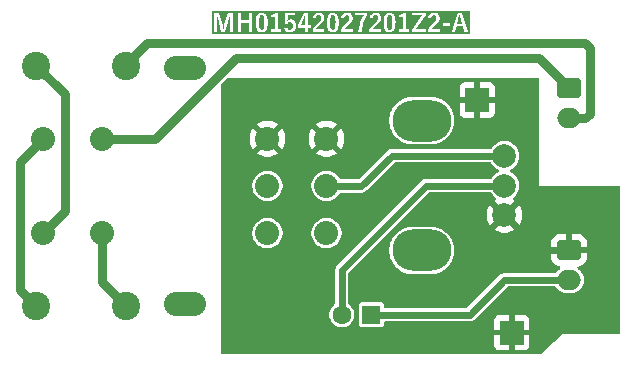
<source format=gbr>
%TF.GenerationSoftware,KiCad,Pcbnew,9.0.6*%
%TF.CreationDate,2026-01-11T11:57:00+09:00*%
%TF.ProjectId,Hi-Lo_converter,48692d4c-6f5f-4636-9f6e-766572746572,rev?*%
%TF.SameCoordinates,Original*%
%TF.FileFunction,Copper,L1,Top*%
%TF.FilePolarity,Positive*%
%FSLAX46Y46*%
G04 Gerber Fmt 4.6, Leading zero omitted, Abs format (unit mm)*
G04 Created by KiCad (PCBNEW 9.0.6) date 2026-01-11 11:57:00*
%MOMM*%
%LPD*%
G01*
G04 APERTURE LIST*
G04 Aperture macros list*
%AMRoundRect*
0 Rectangle with rounded corners*
0 $1 Rounding radius*
0 $2 $3 $4 $5 $6 $7 $8 $9 X,Y pos of 4 corners*
0 Add a 4 corners polygon primitive as box body*
4,1,4,$2,$3,$4,$5,$6,$7,$8,$9,$2,$3,0*
0 Add four circle primitives for the rounded corners*
1,1,$1+$1,$2,$3*
1,1,$1+$1,$4,$5*
1,1,$1+$1,$6,$7*
1,1,$1+$1,$8,$9*
0 Add four rect primitives between the rounded corners*
20,1,$1+$1,$2,$3,$4,$5,0*
20,1,$1+$1,$4,$5,$6,$7,0*
20,1,$1+$1,$6,$7,$8,$9,0*
20,1,$1+$1,$8,$9,$2,$3,0*%
G04 Aperture macros list end*
%ADD10C,0.300000*%
%TA.AperFunction,ComponentPad*%
%ADD11R,2.000000X2.000000*%
%TD*%
%TA.AperFunction,ComponentPad*%
%ADD12O,3.556000X2.032000*%
%TD*%
%TA.AperFunction,ComponentPad*%
%ADD13C,2.032000*%
%TD*%
%TA.AperFunction,ComponentPad*%
%ADD14O,5.000000X3.500000*%
%TD*%
%TA.AperFunction,ComponentPad*%
%ADD15C,2.000000*%
%TD*%
%TA.AperFunction,ComponentPad*%
%ADD16C,2.400000*%
%TD*%
%TA.AperFunction,ComponentPad*%
%ADD17RoundRect,0.250000X-0.750000X0.600000X-0.750000X-0.600000X0.750000X-0.600000X0.750000X0.600000X0*%
%TD*%
%TA.AperFunction,ComponentPad*%
%ADD18O,2.000000X1.700000*%
%TD*%
%TA.AperFunction,ComponentPad*%
%ADD19R,1.600000X1.600000*%
%TD*%
%TA.AperFunction,ComponentPad*%
%ADD20C,1.600000*%
%TD*%
%TA.AperFunction,ViaPad*%
%ADD21C,0.800000*%
%TD*%
%TA.AperFunction,Conductor*%
%ADD22C,0.600000*%
%TD*%
%TA.AperFunction,Conductor*%
%ADD23C,0.800000*%
%TD*%
G04 APERTURE END LIST*
D10*
G36*
X188184775Y-26213078D02*
G01*
X188230672Y-26233904D01*
X188268625Y-26268512D01*
X188299606Y-26319617D01*
X188329267Y-26413102D01*
X188351859Y-26572028D01*
X188361064Y-26823093D01*
X188354322Y-27044078D01*
X188337231Y-27194907D01*
X188313895Y-27292772D01*
X188279982Y-27365201D01*
X188237642Y-27412461D01*
X188186424Y-27440088D01*
X188123294Y-27449667D01*
X188068273Y-27442281D01*
X188023098Y-27421112D01*
X187985358Y-27385638D01*
X187954217Y-27332797D01*
X187924455Y-27236654D01*
X187901907Y-27075373D01*
X187892759Y-26823093D01*
X187899788Y-26603563D01*
X187917603Y-26453758D01*
X187941943Y-26356528D01*
X187975078Y-26287123D01*
X188016452Y-26241676D01*
X188066577Y-26215026D01*
X188128423Y-26205769D01*
X188184775Y-26213078D01*
G37*
G36*
X194200476Y-26213078D02*
G01*
X194246373Y-26233904D01*
X194284326Y-26268512D01*
X194315308Y-26319617D01*
X194344968Y-26413102D01*
X194367560Y-26572028D01*
X194376765Y-26823093D01*
X194370023Y-27044078D01*
X194352932Y-27194907D01*
X194329596Y-27292772D01*
X194295683Y-27365201D01*
X194253344Y-27412461D01*
X194202125Y-27440088D01*
X194138995Y-27449667D01*
X194083974Y-27442281D01*
X194038799Y-27421112D01*
X194001060Y-27385638D01*
X193969918Y-27332797D01*
X193940157Y-27236654D01*
X193917609Y-27075373D01*
X193908460Y-26823093D01*
X193915489Y-26603563D01*
X193933304Y-26453758D01*
X193957645Y-26356528D01*
X193990780Y-26287123D01*
X194032153Y-26241676D01*
X194082278Y-26215026D01*
X194144124Y-26205769D01*
X194200476Y-26213078D01*
G37*
G36*
X199013037Y-26213078D02*
G01*
X199058934Y-26233904D01*
X199096887Y-26268512D01*
X199127869Y-26319617D01*
X199157529Y-26413102D01*
X199180121Y-26572028D01*
X199189326Y-26823093D01*
X199182584Y-27044078D01*
X199165493Y-27194907D01*
X199142157Y-27292772D01*
X199108244Y-27365201D01*
X199065905Y-27412461D01*
X199014686Y-27440088D01*
X198951556Y-27449667D01*
X198896536Y-27442281D01*
X198851360Y-27421112D01*
X198813621Y-27385638D01*
X198782479Y-27332797D01*
X198752718Y-27236654D01*
X198730170Y-27075373D01*
X198721021Y-26823093D01*
X198728050Y-26603563D01*
X198745866Y-26453758D01*
X198770206Y-26356528D01*
X198803341Y-26287123D01*
X198844714Y-26241676D01*
X198894839Y-26215026D01*
X198956685Y-26205769D01*
X199013037Y-26213078D01*
G37*
G36*
X191818810Y-26714008D02*
G01*
X191818810Y-27065626D01*
X191426342Y-27065626D01*
X191624087Y-26642475D01*
X191724565Y-26416874D01*
X191802415Y-26224362D01*
X191831083Y-26224362D01*
X191818810Y-26714008D01*
G37*
G36*
X204983652Y-26607304D02*
G01*
X205078907Y-26936666D01*
X204680303Y-26936666D01*
X204768413Y-26605289D01*
X204868889Y-26207418D01*
X204887298Y-26207418D01*
X204983652Y-26607304D01*
G37*
G36*
X205730274Y-27824337D02*
G01*
X183924055Y-27824337D01*
X183924055Y-27628361D01*
X184090722Y-27628361D01*
X184340674Y-27628361D01*
X184340674Y-26808804D01*
X184334538Y-26229308D01*
X184364305Y-26229308D01*
X184502607Y-26794425D01*
X184716747Y-27628361D01*
X185047757Y-27628361D01*
X185268034Y-26784166D01*
X185324713Y-26564213D01*
X185402306Y-26229308D01*
X185431982Y-26229308D01*
X185427860Y-26804683D01*
X185427860Y-27628361D01*
X185698420Y-27628361D01*
X186089606Y-27628361D01*
X186370332Y-27628361D01*
X186370332Y-26891694D01*
X187048656Y-26891694D01*
X187048656Y-27628361D01*
X187329474Y-27628361D01*
X187329474Y-26826207D01*
X187622290Y-26826207D01*
X187630926Y-27038187D01*
X187654300Y-27205822D01*
X187689130Y-27336611D01*
X187732933Y-27437211D01*
X187787775Y-27517207D01*
X187852641Y-27577731D01*
X187928554Y-27621148D01*
X188017716Y-27648150D01*
X188123294Y-27657670D01*
X188216730Y-27650313D01*
X188297504Y-27629330D01*
X188367799Y-27595617D01*
X188429280Y-27549051D01*
X188482972Y-27488502D01*
X188530591Y-27409136D01*
X188570978Y-27307683D01*
X188602750Y-27179605D01*
X188623826Y-27019679D01*
X188631532Y-26822085D01*
X188622689Y-26611943D01*
X188598730Y-26445531D01*
X188562966Y-26315439D01*
X188517868Y-26215111D01*
X188511136Y-26205586D01*
X188896139Y-26205586D01*
X188938088Y-26426687D01*
X189047284Y-26385706D01*
X189145676Y-26337977D01*
X189234202Y-26283713D01*
X189234202Y-27424388D01*
X188919678Y-27424388D01*
X188919678Y-27628361D01*
X189782466Y-27628361D01*
X189782466Y-27424388D01*
X189484245Y-27424388D01*
X189484245Y-27307976D01*
X190028571Y-27307976D01*
X190064170Y-27410677D01*
X190115364Y-27493219D01*
X190182261Y-27558935D01*
X190247752Y-27600624D01*
X190323759Y-27631391D01*
X190412168Y-27650809D01*
X190515286Y-27657670D01*
X190619365Y-27648785D01*
X190711235Y-27623158D01*
X190793139Y-27581380D01*
X190866721Y-27522757D01*
X190923314Y-27457065D01*
X190967654Y-27382815D01*
X191000139Y-27298788D01*
X191020447Y-27203339D01*
X191027555Y-27094477D01*
X191026437Y-27078174D01*
X191208081Y-27078174D01*
X191208081Y-27263371D01*
X191818810Y-27263371D01*
X191818810Y-27628361D01*
X192060610Y-27628361D01*
X192060610Y-27441882D01*
X192435859Y-27441882D01*
X192435859Y-27628361D01*
X193428798Y-27628361D01*
X193428798Y-27418251D01*
X192708434Y-27418251D01*
X192755691Y-27339457D01*
X192831182Y-27241645D01*
X192942634Y-27120933D01*
X193098795Y-26973119D01*
X193211403Y-26862286D01*
X193243147Y-26826207D01*
X193637992Y-26826207D01*
X193646627Y-27038187D01*
X193670001Y-27205822D01*
X193704832Y-27336611D01*
X193748634Y-27437211D01*
X193803476Y-27517207D01*
X193868343Y-27577731D01*
X193944256Y-27621148D01*
X194033417Y-27648150D01*
X194138995Y-27657670D01*
X194232431Y-27650313D01*
X194313205Y-27629330D01*
X194383500Y-27595617D01*
X194444981Y-27549051D01*
X194498673Y-27488502D01*
X194526645Y-27441882D01*
X194842140Y-27441882D01*
X194842140Y-27628361D01*
X195835078Y-27628361D01*
X195835078Y-27418251D01*
X195114715Y-27418251D01*
X195161971Y-27339457D01*
X195237462Y-27241645D01*
X195348915Y-27120933D01*
X195505076Y-26973119D01*
X195617684Y-26862286D01*
X195696712Y-26772466D01*
X195748983Y-26700269D01*
X195793682Y-26613428D01*
X195820038Y-26524011D01*
X195828850Y-26430533D01*
X195821007Y-26336469D01*
X195798684Y-26255875D01*
X195788619Y-26236360D01*
X196054531Y-26236360D01*
X196773795Y-26236360D01*
X196651935Y-26446209D01*
X196552490Y-26644316D01*
X196473560Y-26831611D01*
X196410636Y-27018776D01*
X196360331Y-27213539D01*
X196322804Y-27416514D01*
X196298346Y-27628361D01*
X196593452Y-27628361D01*
X196611831Y-27441882D01*
X197248420Y-27441882D01*
X197248420Y-27628361D01*
X198241359Y-27628361D01*
X198241359Y-27418251D01*
X197520995Y-27418251D01*
X197568252Y-27339457D01*
X197643743Y-27241645D01*
X197755195Y-27120933D01*
X197911356Y-26973119D01*
X198023964Y-26862286D01*
X198055708Y-26826207D01*
X198450553Y-26826207D01*
X198459188Y-27038187D01*
X198482562Y-27205822D01*
X198517393Y-27336611D01*
X198561195Y-27437211D01*
X198616037Y-27517207D01*
X198680904Y-27577731D01*
X198756817Y-27621148D01*
X198845978Y-27648150D01*
X198951556Y-27657670D01*
X199044992Y-27650313D01*
X199125766Y-27629330D01*
X199196061Y-27595617D01*
X199257542Y-27549051D01*
X199311234Y-27488502D01*
X199358854Y-27409136D01*
X199399240Y-27307683D01*
X199431012Y-27179605D01*
X199452089Y-27019679D01*
X199459795Y-26822085D01*
X199450952Y-26611943D01*
X199426992Y-26445531D01*
X199391228Y-26315439D01*
X199346130Y-26215111D01*
X199339399Y-26205586D01*
X199724401Y-26205586D01*
X199766350Y-26426687D01*
X199875547Y-26385706D01*
X199973939Y-26337977D01*
X200062464Y-26283713D01*
X200062464Y-27424388D01*
X199747940Y-27424388D01*
X199747940Y-27628361D01*
X200610728Y-27628361D01*
X200610728Y-27429517D01*
X200842454Y-27429517D01*
X200842454Y-27628361D01*
X202025993Y-27628361D01*
X202025993Y-27441882D01*
X202206061Y-27441882D01*
X202206061Y-27628361D01*
X203199000Y-27628361D01*
X204220241Y-27628361D01*
X204488694Y-27628361D01*
X204629103Y-27146684D01*
X205129099Y-27146684D01*
X205267401Y-27628361D01*
X205563607Y-27628361D01*
X205061505Y-25998773D01*
X204719229Y-25998773D01*
X204432041Y-26936666D01*
X204220241Y-27628361D01*
X203199000Y-27628361D01*
X203199000Y-27418251D01*
X202478636Y-27418251D01*
X202525893Y-27339457D01*
X202601384Y-27241645D01*
X202712836Y-27120933D01*
X202739528Y-27095668D01*
X203456280Y-27095668D01*
X204069115Y-27095668D01*
X204069115Y-26889771D01*
X203456280Y-26889771D01*
X203456280Y-27095668D01*
X202739528Y-27095668D01*
X202868998Y-26973119D01*
X202981606Y-26862286D01*
X203060634Y-26772466D01*
X203112905Y-26700269D01*
X203157604Y-26613428D01*
X203183960Y-26524011D01*
X203192772Y-26430533D01*
X203184928Y-26336469D01*
X203162606Y-26255875D01*
X203126729Y-26186315D01*
X203077001Y-26125993D01*
X203009505Y-26072322D01*
X202928511Y-26032804D01*
X202831295Y-26007726D01*
X202714300Y-25998773D01*
X202621300Y-26005447D01*
X202538929Y-26024638D01*
X202465506Y-26055627D01*
X202399685Y-26098424D01*
X202333547Y-26162026D01*
X202281704Y-26238986D01*
X202243692Y-26331485D01*
X202220350Y-26442623D01*
X202482666Y-26497028D01*
X202496988Y-26396422D01*
X202522060Y-26323129D01*
X202555597Y-26270912D01*
X202597026Y-26235175D01*
X202647600Y-26213448D01*
X202710179Y-26205769D01*
X202768327Y-26211885D01*
X202816093Y-26229149D01*
X202855717Y-26257060D01*
X202890558Y-26300729D01*
X202912398Y-26356593D01*
X202920289Y-26428335D01*
X202909503Y-26519753D01*
X202878248Y-26598695D01*
X202810123Y-26693516D01*
X202664108Y-26846906D01*
X202505196Y-27010919D01*
X202378401Y-27164043D01*
X202279835Y-27307325D01*
X202206061Y-27441882D01*
X202025993Y-27441882D01*
X202025993Y-27403963D01*
X201188759Y-27403963D01*
X202017750Y-26193404D01*
X202017750Y-25998773D01*
X200884494Y-25998773D01*
X200884494Y-26223171D01*
X201669338Y-26223171D01*
X200842454Y-27429517D01*
X200610728Y-27429517D01*
X200610728Y-27424388D01*
X200312508Y-27424388D01*
X200312508Y-26016359D01*
X200097360Y-26016359D01*
X199972711Y-26098332D01*
X199848634Y-26160915D01*
X199724401Y-26205586D01*
X199339399Y-26205586D01*
X199290676Y-26136644D01*
X199225554Y-26077216D01*
X199149746Y-26034584D01*
X199061131Y-26008097D01*
X198956685Y-25998773D01*
X198863934Y-26005975D01*
X198783794Y-26026502D01*
X198714111Y-26059445D01*
X198653232Y-26104871D01*
X198600121Y-26163820D01*
X198552167Y-26242503D01*
X198511514Y-26343196D01*
X198479533Y-26470448D01*
X198458314Y-26629501D01*
X198450676Y-26823093D01*
X198450553Y-26826207D01*
X198055708Y-26826207D01*
X198102992Y-26772466D01*
X198155263Y-26700269D01*
X198199963Y-26613428D01*
X198226319Y-26524011D01*
X198235131Y-26430533D01*
X198227287Y-26336469D01*
X198204964Y-26255875D01*
X198169088Y-26186315D01*
X198119360Y-26125993D01*
X198051863Y-26072322D01*
X197970870Y-26032804D01*
X197873654Y-26007726D01*
X197756659Y-25998773D01*
X197663658Y-26005447D01*
X197581288Y-26024638D01*
X197507864Y-26055627D01*
X197442044Y-26098424D01*
X197375906Y-26162026D01*
X197324062Y-26238986D01*
X197286051Y-26331485D01*
X197262708Y-26442623D01*
X197525025Y-26497028D01*
X197539347Y-26396422D01*
X197564419Y-26323129D01*
X197597955Y-26270912D01*
X197639385Y-26235175D01*
X197689959Y-26213448D01*
X197752537Y-26205769D01*
X197810685Y-26211885D01*
X197858452Y-26229149D01*
X197898076Y-26257060D01*
X197932917Y-26300729D01*
X197954757Y-26356593D01*
X197962647Y-26428335D01*
X197951861Y-26519753D01*
X197920607Y-26598695D01*
X197852482Y-26693516D01*
X197706467Y-26846906D01*
X197547555Y-27010919D01*
X197420759Y-27164043D01*
X197322193Y-27307325D01*
X197248420Y-27441882D01*
X196611831Y-27441882D01*
X196619445Y-27364627D01*
X196659160Y-27127243D01*
X196711330Y-26913859D01*
X196769042Y-26737297D01*
X196840680Y-26561157D01*
X196926771Y-26385069D01*
X197027960Y-26208700D01*
X197027960Y-26022220D01*
X196054531Y-26022220D01*
X196054531Y-26236360D01*
X195788619Y-26236360D01*
X195762808Y-26186315D01*
X195713079Y-26125993D01*
X195645583Y-26072322D01*
X195564590Y-26032804D01*
X195467373Y-26007726D01*
X195350378Y-25998773D01*
X195257378Y-26005447D01*
X195175007Y-26024638D01*
X195101584Y-26055627D01*
X195035763Y-26098424D01*
X194969625Y-26162026D01*
X194917782Y-26238986D01*
X194879770Y-26331485D01*
X194856428Y-26442623D01*
X195118745Y-26497028D01*
X195133067Y-26396422D01*
X195158138Y-26323129D01*
X195191675Y-26270912D01*
X195233104Y-26235175D01*
X195283678Y-26213448D01*
X195346257Y-26205769D01*
X195404405Y-26211885D01*
X195452171Y-26229149D01*
X195491795Y-26257060D01*
X195526636Y-26300729D01*
X195548476Y-26356593D01*
X195556367Y-26428335D01*
X195545581Y-26519753D01*
X195514326Y-26598695D01*
X195446201Y-26693516D01*
X195300187Y-26846906D01*
X195141274Y-27010919D01*
X195014479Y-27164043D01*
X194915913Y-27307325D01*
X194842140Y-27441882D01*
X194526645Y-27441882D01*
X194546292Y-27409136D01*
X194586679Y-27307683D01*
X194618451Y-27179605D01*
X194639528Y-27019679D01*
X194647234Y-26822085D01*
X194638391Y-26611943D01*
X194614431Y-26445531D01*
X194578667Y-26315439D01*
X194533569Y-26215111D01*
X194478115Y-26136644D01*
X194412993Y-26077216D01*
X194337185Y-26034584D01*
X194248570Y-26008097D01*
X194144124Y-25998773D01*
X194051373Y-26005975D01*
X193971233Y-26026502D01*
X193901550Y-26059445D01*
X193840671Y-26104871D01*
X193787560Y-26163820D01*
X193739605Y-26242503D01*
X193698953Y-26343196D01*
X193666972Y-26470448D01*
X193645753Y-26629501D01*
X193638115Y-26823093D01*
X193637992Y-26826207D01*
X193243147Y-26826207D01*
X193290431Y-26772466D01*
X193342702Y-26700269D01*
X193387402Y-26613428D01*
X193413757Y-26524011D01*
X193422570Y-26430533D01*
X193414726Y-26336469D01*
X193392403Y-26255875D01*
X193356527Y-26186315D01*
X193306799Y-26125993D01*
X193239302Y-26072322D01*
X193158309Y-26032804D01*
X193061093Y-26007726D01*
X192944098Y-25998773D01*
X192851097Y-26005447D01*
X192768727Y-26024638D01*
X192695303Y-26055627D01*
X192629483Y-26098424D01*
X192563345Y-26162026D01*
X192511501Y-26238986D01*
X192473490Y-26331485D01*
X192450147Y-26442623D01*
X192712464Y-26497028D01*
X192726786Y-26396422D01*
X192751858Y-26323129D01*
X192785394Y-26270912D01*
X192826823Y-26235175D01*
X192877398Y-26213448D01*
X192939976Y-26205769D01*
X192998124Y-26211885D01*
X193045891Y-26229149D01*
X193085515Y-26257060D01*
X193120356Y-26300729D01*
X193142196Y-26356593D01*
X193150086Y-26428335D01*
X193139300Y-26519753D01*
X193108046Y-26598695D01*
X193039921Y-26693516D01*
X192893906Y-26846906D01*
X192734994Y-27010919D01*
X192608198Y-27164043D01*
X192509632Y-27307325D01*
X192435859Y-27441882D01*
X192060610Y-27441882D01*
X192060610Y-27263371D01*
X192260462Y-27263371D01*
X192260462Y-27065626D01*
X192060610Y-27065626D01*
X192060610Y-26016359D01*
X191728684Y-26016359D01*
X191214233Y-27065626D01*
X191208081Y-27078174D01*
X191026437Y-27078174D01*
X191020026Y-26984735D01*
X190998519Y-26888766D01*
X190964073Y-26804443D01*
X190916913Y-26730036D01*
X190847511Y-26658510D01*
X190768933Y-26608435D01*
X190679325Y-26577957D01*
X190575736Y-26567370D01*
X190488169Y-26576702D01*
X190415080Y-26603229D01*
X190353349Y-26646436D01*
X190301146Y-26708054D01*
X190313419Y-26555922D01*
X190326700Y-26232239D01*
X190959961Y-26232239D01*
X190959961Y-26022220D01*
X190112560Y-26022220D01*
X190080778Y-26922194D01*
X190299039Y-26953976D01*
X190327727Y-26884669D01*
X190364153Y-26834572D01*
X190408155Y-26799895D01*
X190461073Y-26778718D01*
X190525544Y-26771252D01*
X190591004Y-26779866D01*
X190644709Y-26804505D01*
X190689492Y-26845624D01*
X190726006Y-26906675D01*
X190750117Y-26988909D01*
X190759101Y-27098599D01*
X190751763Y-27201255D01*
X190731652Y-27282846D01*
X190700758Y-27347452D01*
X190663576Y-27394836D01*
X190620769Y-27427377D01*
X190571304Y-27446981D01*
X190513179Y-27453789D01*
X190444646Y-27444906D01*
X190389791Y-27419769D01*
X190345298Y-27378189D01*
X190309929Y-27316835D01*
X190284751Y-27229757D01*
X190028571Y-27307976D01*
X189484245Y-27307976D01*
X189484245Y-26016359D01*
X189269098Y-26016359D01*
X189144448Y-26098332D01*
X189020372Y-26160915D01*
X188896139Y-26205586D01*
X188511136Y-26205586D01*
X188462413Y-26136644D01*
X188397292Y-26077216D01*
X188321484Y-26034584D01*
X188232869Y-26008097D01*
X188128423Y-25998773D01*
X188035672Y-26005975D01*
X187955531Y-26026502D01*
X187885849Y-26059445D01*
X187824970Y-26104871D01*
X187771859Y-26163820D01*
X187723904Y-26242503D01*
X187683251Y-26343196D01*
X187651271Y-26470448D01*
X187630051Y-26629501D01*
X187622413Y-26823093D01*
X187622290Y-26826207D01*
X187329474Y-26826207D01*
X187329474Y-25998773D01*
X187048656Y-25998773D01*
X187048656Y-26661160D01*
X186370332Y-26661160D01*
X186370332Y-25998773D01*
X186089606Y-25998773D01*
X186089606Y-27628361D01*
X185698420Y-27628361D01*
X185698420Y-25998773D01*
X185237259Y-25998773D01*
X185029256Y-26836190D01*
X184968806Y-27088890D01*
X184903226Y-27370441D01*
X184873551Y-27370441D01*
X184820633Y-27108807D01*
X184755673Y-26832069D01*
X184550784Y-25998773D01*
X184090722Y-25998773D01*
X184090722Y-27628361D01*
X183924055Y-27628361D01*
X183924055Y-25832106D01*
X205730274Y-25832106D01*
X205730274Y-27824337D01*
G37*
D11*
%TO.P,REF\u002A\u002A,1*%
%TO.N,Net-(J2-Pin_1)*%
X209296000Y-53086000D03*
%TD*%
D12*
%TO.P,TR1,*%
%TO.N,*%
X181610000Y-30673000D03*
X181610000Y-50673000D03*
D13*
%TO.P,TR1,1,AA*%
%TO.N,Net-(TR1-AA)*%
X169610000Y-44673000D03*
X174610000Y-44673000D03*
%TO.P,TR1,2,AB*%
%TO.N,Net-(J1-Pin_1)*%
X169610000Y-36673000D03*
X174610000Y-36673000D03*
%TO.P,TR1,3,SA*%
%TO.N,Net-(J2-Pin_1)*%
X188610000Y-36673000D03*
X193610000Y-36673000D03*
%TO.P,TR1,4,SC*%
%TO.N,Net-(TR1-SC)*%
X188610000Y-40673000D03*
X193610000Y-40673000D03*
%TO.P,TR1,5,SB*%
%TO.N,unconnected-(TR1-SB-Pad5)*%
X188610000Y-44673000D03*
X193610000Y-44673000D03*
%TD*%
D14*
%TO.P,RV1,*%
%TO.N,*%
X201676000Y-46140000D03*
X201676000Y-35140000D03*
D15*
%TO.P,RV1,1,1*%
%TO.N,Net-(J2-Pin_1)*%
X208676000Y-43140000D03*
%TO.P,RV1,2,2*%
%TO.N,Net-(C1-Pad2)*%
X208676000Y-40640000D03*
%TO.P,RV1,3,3*%
%TO.N,Net-(TR1-SC)*%
X208676000Y-38140000D03*
%TD*%
D16*
%TO.P,R2,1*%
%TO.N,Net-(J1-Pin_1)*%
X169000000Y-50800000D03*
%TO.P,R2,2*%
%TO.N,Net-(TR1-AA)*%
X176620000Y-50800000D03*
%TD*%
D17*
%TO.P,J2,1,Pin_1*%
%TO.N,Net-(J2-Pin_1)*%
X214139000Y-46121000D03*
D18*
%TO.P,J2,2,Pin_2*%
%TO.N,Net-(J2-Pin_2)*%
X214139000Y-48621000D03*
%TD*%
D11*
%TO.P,REF\u002A\u002A,1*%
%TO.N,Net-(J2-Pin_1)*%
X206375000Y-33401000D03*
%TD*%
D16*
%TO.P,R1,1*%
%TO.N,Net-(TR1-AA)*%
X169000000Y-30480000D03*
%TO.P,R1,2*%
%TO.N,Net-(J1-Pin_2)*%
X176620000Y-30480000D03*
%TD*%
D17*
%TO.P,J1,1,Pin_1*%
%TO.N,Net-(J1-Pin_1)*%
X214139000Y-32405000D03*
D18*
%TO.P,J1,2,Pin_2*%
%TO.N,Net-(J1-Pin_2)*%
X214139000Y-34905000D03*
%TD*%
D19*
%TO.P,C1,1*%
%TO.N,Net-(J2-Pin_2)*%
X197397380Y-51562000D03*
D20*
%TO.P,C1,2*%
%TO.N,Net-(C1-Pad2)*%
X194897380Y-51562000D03*
%TD*%
D21*
%TO.N,Net-(J2-Pin_1)*%
X185420000Y-48260000D03*
X215900000Y-43180000D03*
X195580000Y-33020000D03*
X185420000Y-33020000D03*
X185420000Y-53340000D03*
X195580000Y-53340000D03*
X185420000Y-43180000D03*
X190500000Y-53340000D03*
X215900000Y-48260000D03*
X210820000Y-38100000D03*
X205740000Y-53340000D03*
X200660000Y-53340000D03*
X210820000Y-33020000D03*
X210820000Y-43180000D03*
X185420000Y-38100000D03*
X190500000Y-33020000D03*
%TD*%
D22*
%TO.N,Net-(C1-Pad2)*%
X194897380Y-47799620D02*
X202057000Y-40640000D01*
X194897380Y-51562000D02*
X194897380Y-47799620D01*
X202057000Y-40640000D02*
X208676000Y-40640000D01*
%TO.N,Net-(J2-Pin_2)*%
X205740000Y-51562000D02*
X197397380Y-51562000D01*
X208681000Y-48621000D02*
X205740000Y-51562000D01*
X214139000Y-48621000D02*
X208681000Y-48621000D01*
D23*
%TO.N,Net-(J1-Pin_1)*%
X169000000Y-50800000D02*
X167657000Y-49457000D01*
X167657000Y-49457000D02*
X167657000Y-38626000D01*
X211579000Y-29845000D02*
X185928000Y-29845000D01*
X167657000Y-38626000D02*
X169610000Y-36673000D01*
X214139000Y-32405000D02*
X211579000Y-29845000D01*
X185928000Y-29845000D02*
X179100000Y-36673000D01*
X179100000Y-36673000D02*
X174610000Y-36673000D01*
%TO.N,Net-(J1-Pin_2)*%
X176620000Y-30380000D02*
X176620000Y-30480000D01*
X214139000Y-34905000D02*
X215539000Y-34905000D01*
X178425000Y-28575000D02*
X176620000Y-30380000D01*
X215539000Y-34905000D02*
X215900000Y-34544000D01*
X215519000Y-28575000D02*
X178425000Y-28575000D01*
X215900000Y-28956000D02*
X215519000Y-28575000D01*
X215900000Y-34544000D02*
X215900000Y-28956000D01*
D22*
%TO.N,Net-(J2-Pin_1)*%
X211657000Y-46121000D02*
X208676000Y-43140000D01*
X214139000Y-46121000D02*
X211657000Y-46121000D01*
%TO.N,Net-(TR1-SC)*%
X208636000Y-38100000D02*
X208676000Y-38140000D01*
X196563000Y-40673000D02*
X199136000Y-38100000D01*
X199136000Y-38100000D02*
X208636000Y-38100000D01*
X193610000Y-40673000D02*
X196563000Y-40673000D01*
D23*
%TO.N,Net-(TR1-AA)*%
X169610000Y-44673000D02*
X171450000Y-42833000D01*
X174625000Y-44688000D02*
X174610000Y-44673000D01*
X171450000Y-42833000D02*
X171450000Y-32930000D01*
X171450000Y-32930000D02*
X169000000Y-30480000D01*
X174625000Y-48805000D02*
X174625000Y-44688000D01*
X176620000Y-50800000D02*
X174625000Y-48805000D01*
%TD*%
%TA.AperFunction,Conductor*%
%TO.N,Net-(J2-Pin_1)*%
G36*
X211522743Y-31516478D02*
G01*
X211570343Y-31571411D01*
X211582000Y-31625000D01*
X211582000Y-40640000D01*
X218311000Y-40640000D01*
X218380743Y-40660478D01*
X218428343Y-40715411D01*
X218440000Y-40769000D01*
X218440000Y-53092000D01*
X218419522Y-53161743D01*
X218364589Y-53209343D01*
X218311000Y-53221000D01*
X213614000Y-53221000D01*
X212136843Y-54586000D01*
X211873072Y-54829743D01*
X211807952Y-54862035D01*
X211785523Y-54864000D01*
X210566000Y-54864000D01*
X184787000Y-54864000D01*
X184717257Y-54843522D01*
X184669657Y-54788589D01*
X184658000Y-54735000D01*
X184658000Y-44572533D01*
X187333500Y-44572533D01*
X187333500Y-44773466D01*
X187364932Y-44971919D01*
X187364933Y-44971920D01*
X187427020Y-45163004D01*
X187427021Y-45163006D01*
X187518239Y-45342032D01*
X187636337Y-45504581D01*
X187778418Y-45646662D01*
X187789998Y-45655075D01*
X187916424Y-45746929D01*
X187940967Y-45764760D01*
X187940966Y-45764760D01*
X187940968Y-45764761D01*
X188119994Y-45855979D01*
X188223587Y-45889638D01*
X188311079Y-45918066D01*
X188311080Y-45918067D01*
X188311085Y-45918067D01*
X188311086Y-45918068D01*
X188509537Y-45949500D01*
X188509539Y-45949500D01*
X188710461Y-45949500D01*
X188710463Y-45949500D01*
X188908914Y-45918068D01*
X188908915Y-45918067D01*
X188908919Y-45918067D01*
X188908920Y-45918066D01*
X189100006Y-45855979D01*
X189279032Y-45764761D01*
X189441584Y-45646660D01*
X189583660Y-45504584D01*
X189701761Y-45342032D01*
X189792979Y-45163006D01*
X189855066Y-44971919D01*
X189855067Y-44971919D01*
X189876493Y-44836642D01*
X189886500Y-44773463D01*
X189886500Y-44572537D01*
X189886499Y-44572533D01*
X192333500Y-44572533D01*
X192333500Y-44773466D01*
X192364932Y-44971919D01*
X192364933Y-44971920D01*
X192427020Y-45163004D01*
X192427021Y-45163006D01*
X192518239Y-45342032D01*
X192636337Y-45504581D01*
X192778418Y-45646662D01*
X192789998Y-45655075D01*
X192916424Y-45746929D01*
X192940967Y-45764760D01*
X192940966Y-45764760D01*
X192940968Y-45764761D01*
X193119994Y-45855979D01*
X193223587Y-45889638D01*
X193311079Y-45918066D01*
X193311080Y-45918067D01*
X193311085Y-45918067D01*
X193311086Y-45918068D01*
X193509537Y-45949500D01*
X193509539Y-45949500D01*
X193710461Y-45949500D01*
X193710463Y-45949500D01*
X193908914Y-45918068D01*
X193908915Y-45918067D01*
X193908919Y-45918067D01*
X193908920Y-45918066D01*
X194100006Y-45855979D01*
X194279032Y-45764761D01*
X194441584Y-45646660D01*
X194583660Y-45504584D01*
X194701761Y-45342032D01*
X194792979Y-45163006D01*
X194855066Y-44971919D01*
X194855067Y-44971919D01*
X194876493Y-44836642D01*
X194886500Y-44773463D01*
X194886500Y-44572537D01*
X194855068Y-44374086D01*
X194855067Y-44374085D01*
X194855067Y-44374080D01*
X194855066Y-44374079D01*
X194826638Y-44286587D01*
X194792979Y-44182994D01*
X194701761Y-44003968D01*
X194645238Y-43926171D01*
X194583662Y-43841418D01*
X194441581Y-43699337D01*
X194279032Y-43581239D01*
X194279033Y-43581239D01*
X194100006Y-43490021D01*
X194100004Y-43490020D01*
X193908920Y-43427933D01*
X193908919Y-43427932D01*
X193710466Y-43396500D01*
X193710463Y-43396500D01*
X193509537Y-43396500D01*
X193509533Y-43396500D01*
X193311080Y-43427932D01*
X193311079Y-43427933D01*
X193119995Y-43490020D01*
X193119993Y-43490021D01*
X192940967Y-43581239D01*
X192778418Y-43699337D01*
X192636337Y-43841418D01*
X192518239Y-44003967D01*
X192427021Y-44182993D01*
X192427020Y-44182995D01*
X192364933Y-44374079D01*
X192364932Y-44374080D01*
X192333500Y-44572533D01*
X189886499Y-44572533D01*
X189855068Y-44374086D01*
X189855067Y-44374085D01*
X189855067Y-44374080D01*
X189855066Y-44374079D01*
X189826638Y-44286587D01*
X189792979Y-44182994D01*
X189701761Y-44003968D01*
X189645238Y-43926171D01*
X189583662Y-43841418D01*
X189441581Y-43699337D01*
X189279032Y-43581239D01*
X189279033Y-43581239D01*
X189100006Y-43490021D01*
X189100004Y-43490020D01*
X188908920Y-43427933D01*
X188908919Y-43427932D01*
X188710466Y-43396500D01*
X188710463Y-43396500D01*
X188509537Y-43396500D01*
X188509533Y-43396500D01*
X188311080Y-43427932D01*
X188311079Y-43427933D01*
X188119995Y-43490020D01*
X188119993Y-43490021D01*
X187940967Y-43581239D01*
X187778418Y-43699337D01*
X187636337Y-43841418D01*
X187518239Y-44003967D01*
X187427021Y-44182993D01*
X187427020Y-44182995D01*
X187364933Y-44374079D01*
X187364932Y-44374080D01*
X187333500Y-44572533D01*
X184658000Y-44572533D01*
X184658000Y-40572533D01*
X187333500Y-40572533D01*
X187333500Y-40773466D01*
X187364932Y-40971919D01*
X187364933Y-40971920D01*
X187427020Y-41163004D01*
X187427021Y-41163006D01*
X187518239Y-41342032D01*
X187636337Y-41504581D01*
X187778418Y-41646662D01*
X187940967Y-41764760D01*
X187940966Y-41764760D01*
X187940968Y-41764761D01*
X188119994Y-41855979D01*
X188161494Y-41869463D01*
X188311079Y-41918066D01*
X188311080Y-41918067D01*
X188311085Y-41918067D01*
X188311086Y-41918068D01*
X188509537Y-41949500D01*
X188509539Y-41949500D01*
X188710461Y-41949500D01*
X188710463Y-41949500D01*
X188908914Y-41918068D01*
X188908915Y-41918067D01*
X188908919Y-41918067D01*
X188908920Y-41918066D01*
X189100006Y-41855979D01*
X189279032Y-41764761D01*
X189441584Y-41646660D01*
X189583660Y-41504584D01*
X189701761Y-41342032D01*
X189792979Y-41163006D01*
X189855066Y-40971919D01*
X189855067Y-40971919D01*
X189860888Y-40935168D01*
X189886500Y-40773463D01*
X189886500Y-40572537D01*
X189886499Y-40572533D01*
X192333500Y-40572533D01*
X192333500Y-40773466D01*
X192364932Y-40971919D01*
X192364933Y-40971920D01*
X192427020Y-41163004D01*
X192427021Y-41163006D01*
X192518239Y-41342032D01*
X192636337Y-41504581D01*
X192778418Y-41646662D01*
X192940967Y-41764760D01*
X192940966Y-41764760D01*
X192940968Y-41764761D01*
X193119994Y-41855979D01*
X193161494Y-41869463D01*
X193311079Y-41918066D01*
X193311080Y-41918067D01*
X193311085Y-41918067D01*
X193311086Y-41918068D01*
X193509537Y-41949500D01*
X193509539Y-41949500D01*
X193710461Y-41949500D01*
X193710463Y-41949500D01*
X193908914Y-41918068D01*
X193908915Y-41918067D01*
X193908919Y-41918067D01*
X193908920Y-41918066D01*
X194100006Y-41855979D01*
X194279032Y-41764761D01*
X194441584Y-41646660D01*
X194583660Y-41504584D01*
X194701761Y-41342032D01*
X194721172Y-41303936D01*
X194771080Y-41251092D01*
X194836112Y-41233500D01*
X196636790Y-41233500D01*
X196636792Y-41233500D01*
X196779345Y-41195303D01*
X196795382Y-41186044D01*
X196907155Y-41121512D01*
X197011512Y-41017155D01*
X197011513Y-41017152D01*
X199330384Y-38698283D01*
X199394180Y-38663448D01*
X199421601Y-38660500D01*
X207447464Y-38660500D01*
X207517207Y-38680978D01*
X207562403Y-38730934D01*
X207597923Y-38800646D01*
X207597925Y-38800649D01*
X207597927Y-38800652D01*
X207714541Y-38961158D01*
X207854841Y-39101458D01*
X208015347Y-39218072D01*
X208015354Y-39218077D01*
X208101453Y-39261946D01*
X208127190Y-39275060D01*
X208180034Y-39324969D01*
X208197507Y-39395525D01*
X208174060Y-39464326D01*
X208127190Y-39504940D01*
X208015354Y-39561923D01*
X208015347Y-39561927D01*
X207854841Y-39678541D01*
X207714541Y-39818841D01*
X207597927Y-39979347D01*
X207597923Y-39979354D01*
X207582785Y-40009065D01*
X207532876Y-40061909D01*
X207467845Y-40079500D01*
X202130792Y-40079500D01*
X201983209Y-40079500D01*
X201983207Y-40079500D01*
X201983202Y-40079501D01*
X201840654Y-40117696D01*
X201712851Y-40191484D01*
X201712845Y-40191488D01*
X194553227Y-47351106D01*
X194553225Y-47351108D01*
X194553224Y-47351107D01*
X194448871Y-47455461D01*
X194448864Y-47455471D01*
X194375076Y-47583274D01*
X194336881Y-47725822D01*
X194336880Y-47725830D01*
X194336880Y-50592109D01*
X194316402Y-50661852D01*
X194279551Y-50699367D01*
X194221349Y-50738257D01*
X194073635Y-50885971D01*
X193996442Y-51001500D01*
X193957577Y-51059665D01*
X193895745Y-51208941D01*
X193877634Y-51252666D01*
X193836880Y-51457547D01*
X193836880Y-51666452D01*
X193849284Y-51728812D01*
X193877635Y-51871336D01*
X193957577Y-52064335D01*
X194073636Y-52238029D01*
X194221351Y-52385744D01*
X194395045Y-52501803D01*
X194588044Y-52581745D01*
X194669998Y-52598047D01*
X194792927Y-52622500D01*
X194792930Y-52622500D01*
X195001833Y-52622500D01*
X195104273Y-52602122D01*
X195206716Y-52581745D01*
X195399715Y-52501803D01*
X195573409Y-52385744D01*
X195721124Y-52238029D01*
X195837183Y-52064335D01*
X195917125Y-51871336D01*
X195957880Y-51666450D01*
X195957880Y-51457550D01*
X195957880Y-51457547D01*
X195917125Y-51252666D01*
X195917125Y-51252664D01*
X195837183Y-51059665D01*
X195721124Y-50885971D01*
X195573409Y-50738256D01*
X195570546Y-50736343D01*
X196336880Y-50736343D01*
X196336880Y-52387656D01*
X196351993Y-52463639D01*
X196351994Y-52463640D01*
X196351994Y-52463641D01*
X196351995Y-52463642D01*
X196409570Y-52549810D01*
X196495738Y-52607385D01*
X196495739Y-52607385D01*
X196495740Y-52607386D01*
X196571723Y-52622500D01*
X196571726Y-52622500D01*
X198223037Y-52622500D01*
X198299019Y-52607386D01*
X198299019Y-52607385D01*
X198299022Y-52607385D01*
X198385190Y-52549810D01*
X198442765Y-52463642D01*
X198457880Y-52387654D01*
X198457880Y-52251500D01*
X198478358Y-52181757D01*
X198533291Y-52134157D01*
X198586880Y-52122500D01*
X205813790Y-52122500D01*
X205813792Y-52122500D01*
X205956345Y-52084303D01*
X205972382Y-52075044D01*
X206036243Y-52038174D01*
X207796000Y-52038174D01*
X207796000Y-52836000D01*
X208862988Y-52836000D01*
X208830075Y-52893007D01*
X208796000Y-53020174D01*
X208796000Y-53151826D01*
X208830075Y-53278993D01*
X208862988Y-53336000D01*
X207796000Y-53336000D01*
X207796000Y-54133825D01*
X207802402Y-54193377D01*
X207802404Y-54193383D01*
X207852646Y-54328086D01*
X207852648Y-54328090D01*
X207938810Y-54443187D01*
X207938812Y-54443189D01*
X208053909Y-54529351D01*
X208053913Y-54529353D01*
X208188616Y-54579595D01*
X208188622Y-54579597D01*
X208248174Y-54585999D01*
X208248175Y-54586000D01*
X209046000Y-54586000D01*
X209046000Y-53519012D01*
X209103007Y-53551925D01*
X209230174Y-53586000D01*
X209361826Y-53586000D01*
X209488993Y-53551925D01*
X209546000Y-53519012D01*
X209546000Y-54586000D01*
X210343825Y-54586000D01*
X210343825Y-54585999D01*
X210403377Y-54579597D01*
X210403383Y-54579595D01*
X210538086Y-54529353D01*
X210538090Y-54529351D01*
X210653187Y-54443189D01*
X210653189Y-54443187D01*
X210739351Y-54328090D01*
X210739353Y-54328086D01*
X210789595Y-54193383D01*
X210789597Y-54193377D01*
X210795999Y-54133825D01*
X210796000Y-54133824D01*
X210796000Y-53336000D01*
X209729012Y-53336000D01*
X209761925Y-53278993D01*
X209796000Y-53151826D01*
X209796000Y-53020174D01*
X209761925Y-52893007D01*
X209729012Y-52836000D01*
X210796000Y-52836000D01*
X210796000Y-52038175D01*
X210795999Y-52038174D01*
X210789597Y-51978622D01*
X210789595Y-51978616D01*
X210739353Y-51843913D01*
X210739351Y-51843909D01*
X210653189Y-51728812D01*
X210653187Y-51728810D01*
X210538090Y-51642648D01*
X210538086Y-51642646D01*
X210403383Y-51592404D01*
X210403377Y-51592402D01*
X210343825Y-51586000D01*
X209546000Y-51586000D01*
X209546000Y-52652988D01*
X209488993Y-52620075D01*
X209361826Y-52586000D01*
X209230174Y-52586000D01*
X209103007Y-52620075D01*
X209046000Y-52652988D01*
X209046000Y-51586000D01*
X208248174Y-51586000D01*
X208188622Y-51592402D01*
X208188616Y-51592404D01*
X208053913Y-51642646D01*
X208053909Y-51642648D01*
X207938812Y-51728810D01*
X207938810Y-51728812D01*
X207852648Y-51843909D01*
X207852646Y-51843913D01*
X207802404Y-51978616D01*
X207802402Y-51978622D01*
X207796000Y-52038174D01*
X206036243Y-52038174D01*
X206084155Y-52010512D01*
X206188512Y-51906155D01*
X206188513Y-51906152D01*
X208875383Y-49219283D01*
X208939179Y-49184448D01*
X208966600Y-49181500D01*
X212957845Y-49181500D01*
X213027588Y-49201978D01*
X213062208Y-49234676D01*
X213141955Y-49344439D01*
X213265560Y-49468044D01*
X213406970Y-49570784D01*
X213406969Y-49570784D01*
X213406971Y-49570785D01*
X213562716Y-49650141D01*
X213562718Y-49650141D01*
X213562719Y-49650142D01*
X213728950Y-49704154D01*
X213728951Y-49704155D01*
X213728956Y-49704155D01*
X213728957Y-49704156D01*
X213901602Y-49731500D01*
X213901604Y-49731500D01*
X214376396Y-49731500D01*
X214376398Y-49731500D01*
X214549043Y-49704156D01*
X214549044Y-49704155D01*
X214549048Y-49704155D01*
X214549049Y-49704154D01*
X214715284Y-49650141D01*
X214871029Y-49570785D01*
X215012442Y-49468042D01*
X215136042Y-49344442D01*
X215238785Y-49203029D01*
X215318141Y-49047284D01*
X215372154Y-48881048D01*
X215372155Y-48881048D01*
X215372156Y-48881043D01*
X215399500Y-48708398D01*
X215399500Y-48533602D01*
X215372156Y-48360957D01*
X215372155Y-48360956D01*
X215372155Y-48360951D01*
X215372154Y-48360950D01*
X215318142Y-48194719D01*
X215318141Y-48194717D01*
X215318141Y-48194716D01*
X215238785Y-48038971D01*
X215171985Y-47947029D01*
X215136044Y-47897560D01*
X215012439Y-47773955D01*
X214910867Y-47700159D01*
X214866481Y-47642598D01*
X214860260Y-47570178D01*
X214894181Y-47505891D01*
X214957473Y-47470148D01*
X214973581Y-47467464D01*
X215041695Y-47460505D01*
X215041703Y-47460504D01*
X215208117Y-47405359D01*
X215208120Y-47405357D01*
X215357343Y-47313317D01*
X215481317Y-47189343D01*
X215573357Y-47040120D01*
X215573359Y-47040117D01*
X215628505Y-46873698D01*
X215639000Y-46770981D01*
X215639000Y-46371000D01*
X214572012Y-46371000D01*
X214604925Y-46313993D01*
X214639000Y-46186826D01*
X214639000Y-46055174D01*
X214604925Y-45928007D01*
X214572012Y-45871000D01*
X215638999Y-45871000D01*
X215638999Y-45471019D01*
X215628505Y-45368305D01*
X215628504Y-45368296D01*
X215573359Y-45201882D01*
X215573357Y-45201879D01*
X215481317Y-45052656D01*
X215357343Y-44928682D01*
X215208120Y-44836642D01*
X215208117Y-44836640D01*
X215041697Y-44781494D01*
X215041700Y-44781494D01*
X214938981Y-44771000D01*
X214389000Y-44771000D01*
X214389000Y-45687988D01*
X214331993Y-45655075D01*
X214204826Y-45621000D01*
X214073174Y-45621000D01*
X213946007Y-45655075D01*
X213889000Y-45687988D01*
X213889000Y-44771000D01*
X213339019Y-44771000D01*
X213236305Y-44781494D01*
X213236296Y-44781495D01*
X213069882Y-44836640D01*
X213069879Y-44836642D01*
X212920656Y-44928682D01*
X212796682Y-45052656D01*
X212704642Y-45201879D01*
X212704640Y-45201882D01*
X212649494Y-45368301D01*
X212639000Y-45471018D01*
X212639000Y-45871000D01*
X213705988Y-45871000D01*
X213673075Y-45928007D01*
X213639000Y-46055174D01*
X213639000Y-46186826D01*
X213673075Y-46313993D01*
X213705988Y-46371000D01*
X212639001Y-46371000D01*
X212639001Y-46770980D01*
X212649494Y-46873694D01*
X212649495Y-46873703D01*
X212704640Y-47040117D01*
X212704642Y-47040120D01*
X212796682Y-47189343D01*
X212920656Y-47313317D01*
X213069879Y-47405357D01*
X213069882Y-47405359D01*
X213236302Y-47460505D01*
X213236299Y-47460505D01*
X213304417Y-47467464D01*
X213371717Y-47494924D01*
X213413488Y-47554410D01*
X213416467Y-47627036D01*
X213379709Y-47689744D01*
X213367132Y-47700159D01*
X213265557Y-47773958D01*
X213141955Y-47897560D01*
X213062208Y-48007324D01*
X213004647Y-48051710D01*
X212957845Y-48060500D01*
X208754791Y-48060500D01*
X208607208Y-48060500D01*
X208607206Y-48060500D01*
X208607201Y-48060501D01*
X208464654Y-48098696D01*
X208336851Y-48172484D01*
X208336841Y-48172491D01*
X208232487Y-48276844D01*
X208232488Y-48276845D01*
X208232486Y-48276847D01*
X205545617Y-50963717D01*
X205481821Y-50998552D01*
X205454400Y-51001500D01*
X198586880Y-51001500D01*
X198517137Y-50981022D01*
X198469537Y-50926089D01*
X198457880Y-50872500D01*
X198457880Y-50736343D01*
X198442766Y-50660360D01*
X198442765Y-50660359D01*
X198442765Y-50660358D01*
X198385190Y-50574190D01*
X198299022Y-50516615D01*
X198299021Y-50516614D01*
X198299020Y-50516614D01*
X198299019Y-50516613D01*
X198223037Y-50501500D01*
X198223034Y-50501500D01*
X196571726Y-50501500D01*
X196571723Y-50501500D01*
X196495740Y-50516613D01*
X196495739Y-50516614D01*
X196409570Y-50574190D01*
X196351994Y-50660359D01*
X196351993Y-50660360D01*
X196336880Y-50736343D01*
X195570546Y-50736343D01*
X195508767Y-50695063D01*
X195502878Y-50690010D01*
X195487132Y-50665770D01*
X195468599Y-50643592D01*
X195466651Y-50634239D01*
X195463283Y-50629053D01*
X195463228Y-50617796D01*
X195457880Y-50592109D01*
X195457880Y-48085220D01*
X195478358Y-48015477D01*
X195495663Y-47994003D01*
X197481447Y-46008219D01*
X198915500Y-46008219D01*
X198915500Y-46271780D01*
X198949898Y-46533058D01*
X198949902Y-46533080D01*
X199018113Y-46787646D01*
X199118969Y-47031133D01*
X199118970Y-47031134D01*
X199210312Y-47189343D01*
X199250743Y-47259371D01*
X199292138Y-47313317D01*
X199410419Y-47467464D01*
X199411183Y-47468459D01*
X199597541Y-47654817D01*
X199806629Y-47815257D01*
X199806638Y-47815262D01*
X200034865Y-47947029D01*
X200034866Y-47947030D01*
X200278354Y-48047886D01*
X200278352Y-48047886D01*
X200278358Y-48047887D01*
X200278359Y-48047888D01*
X200532929Y-48116100D01*
X200643542Y-48130662D01*
X200794219Y-48150500D01*
X200794225Y-48150500D01*
X202557780Y-48150500D01*
X202683343Y-48133968D01*
X202819071Y-48116100D01*
X203073641Y-48047888D01*
X203317129Y-47947032D01*
X203317131Y-47947030D01*
X203317133Y-47947030D01*
X203317134Y-47947029D01*
X203402817Y-47897560D01*
X203545371Y-47815257D01*
X203754459Y-47654817D01*
X203940817Y-47468459D01*
X204101257Y-47259371D01*
X204233032Y-47031129D01*
X204333888Y-46787641D01*
X204402100Y-46533071D01*
X204430942Y-46313993D01*
X204436500Y-46271780D01*
X204436500Y-46008219D01*
X204410929Y-45813993D01*
X204402100Y-45746929D01*
X204333888Y-45492359D01*
X204233032Y-45248871D01*
X204233030Y-45248866D01*
X204233029Y-45248865D01*
X204101262Y-45020638D01*
X204101257Y-45020629D01*
X203940817Y-44811541D01*
X203754459Y-44625183D01*
X203754457Y-44625181D01*
X203675526Y-44564615D01*
X203545371Y-44464743D01*
X203545361Y-44464737D01*
X203476900Y-44425211D01*
X203317134Y-44332970D01*
X203317133Y-44332969D01*
X203073645Y-44232113D01*
X203073647Y-44232113D01*
X202819080Y-44163902D01*
X202819075Y-44163901D01*
X202819071Y-44163900D01*
X202819063Y-44163899D01*
X202819058Y-44163898D01*
X202557781Y-44129500D01*
X202557775Y-44129500D01*
X200794225Y-44129500D01*
X200794219Y-44129500D01*
X200532941Y-44163898D01*
X200532932Y-44163899D01*
X200532929Y-44163900D01*
X200532926Y-44163900D01*
X200532919Y-44163902D01*
X200278353Y-44232113D01*
X200034866Y-44332969D01*
X200034865Y-44332970D01*
X199806638Y-44464737D01*
X199806629Y-44464743D01*
X199597542Y-44625181D01*
X199411181Y-44811542D01*
X199250743Y-45020629D01*
X199250737Y-45020638D01*
X199118970Y-45248865D01*
X199118969Y-45248866D01*
X199018113Y-45492353D01*
X198949902Y-45746919D01*
X198949898Y-45746941D01*
X198915500Y-46008219D01*
X197481447Y-46008219D01*
X197576881Y-45912785D01*
X198886603Y-44603064D01*
X202251384Y-41238283D01*
X202315180Y-41203448D01*
X202342601Y-41200500D01*
X207467845Y-41200500D01*
X207537588Y-41220978D01*
X207582784Y-41270934D01*
X207597923Y-41300646D01*
X207597925Y-41300649D01*
X207597927Y-41300652D01*
X207714541Y-41461158D01*
X207854838Y-41601455D01*
X207905765Y-41638456D01*
X207950151Y-41696017D01*
X207956371Y-41768438D01*
X207922450Y-41832724D01*
X207893797Y-41853858D01*
X207894152Y-41854436D01*
X207889824Y-41857087D01*
X207806892Y-41917339D01*
X208546591Y-42657037D01*
X208483007Y-42674075D01*
X208368993Y-42739901D01*
X208275901Y-42832993D01*
X208210075Y-42947007D01*
X208193037Y-43010591D01*
X207453339Y-42270892D01*
X207393087Y-42353825D01*
X207285895Y-42564201D01*
X207285894Y-42564203D01*
X207212935Y-42788748D01*
X207176000Y-43021943D01*
X207176000Y-43258056D01*
X207212935Y-43491251D01*
X207285894Y-43715796D01*
X207285895Y-43715798D01*
X207393087Y-43926175D01*
X207453339Y-44009105D01*
X208193037Y-43269407D01*
X208210075Y-43332993D01*
X208275901Y-43447007D01*
X208368993Y-43540099D01*
X208483007Y-43605925D01*
X208546590Y-43622962D01*
X207806893Y-44362659D01*
X207889822Y-44422911D01*
X207889831Y-44422916D01*
X208100201Y-44530104D01*
X208100203Y-44530105D01*
X208324748Y-44603064D01*
X208557943Y-44639999D01*
X208557949Y-44640000D01*
X208794051Y-44640000D01*
X208794056Y-44639999D01*
X209027251Y-44603064D01*
X209251796Y-44530105D01*
X209251798Y-44530104D01*
X209462171Y-44422914D01*
X209545105Y-44362659D01*
X208805409Y-43622962D01*
X208868993Y-43605925D01*
X208983007Y-43540099D01*
X209076099Y-43447007D01*
X209141925Y-43332993D01*
X209158962Y-43269409D01*
X209898659Y-44009105D01*
X209958914Y-43926171D01*
X210066104Y-43715798D01*
X210066105Y-43715796D01*
X210139064Y-43491251D01*
X210175999Y-43258056D01*
X210176000Y-43258050D01*
X210176000Y-43021949D01*
X210175999Y-43021943D01*
X210139064Y-42788748D01*
X210066105Y-42564203D01*
X210066104Y-42564201D01*
X209958916Y-42353831D01*
X209958911Y-42353822D01*
X209898659Y-42270893D01*
X209158962Y-43010590D01*
X209141925Y-42947007D01*
X209076099Y-42832993D01*
X208983007Y-42739901D01*
X208868993Y-42674075D01*
X208805407Y-42657037D01*
X209545105Y-41917339D01*
X209545106Y-41917339D01*
X209462177Y-41857088D01*
X209457848Y-41854436D01*
X209458627Y-41853163D01*
X209410649Y-41807848D01*
X209393177Y-41737292D01*
X209416625Y-41668490D01*
X209446231Y-41638458D01*
X209497161Y-41601456D01*
X209637456Y-41461161D01*
X209754077Y-41300646D01*
X209844151Y-41123864D01*
X209905463Y-40935168D01*
X209936500Y-40739204D01*
X209936500Y-40540796D01*
X209905463Y-40344832D01*
X209844151Y-40156136D01*
X209754077Y-39979354D01*
X209653861Y-39841418D01*
X209637458Y-39818841D01*
X209497158Y-39678541D01*
X209336652Y-39561927D01*
X209336646Y-39561923D01*
X209224809Y-39504940D01*
X209171965Y-39455031D01*
X209154492Y-39384476D01*
X209177939Y-39315674D01*
X209224809Y-39275060D01*
X209336646Y-39218077D01*
X209497161Y-39101456D01*
X209637456Y-38961161D01*
X209754077Y-38800646D01*
X209844151Y-38623864D01*
X209905463Y-38435168D01*
X209936500Y-38239204D01*
X209936500Y-38040796D01*
X209905463Y-37844832D01*
X209844151Y-37656136D01*
X209754077Y-37479354D01*
X209648108Y-37333500D01*
X209637458Y-37318841D01*
X209497158Y-37178541D01*
X209336652Y-37061927D01*
X209336646Y-37061923D01*
X209159862Y-36971848D01*
X209159860Y-36971847D01*
X208971168Y-36910537D01*
X208775208Y-36879500D01*
X208775204Y-36879500D01*
X208576796Y-36879500D01*
X208576791Y-36879500D01*
X208380831Y-36910537D01*
X208192139Y-36971847D01*
X208192137Y-36971848D01*
X208015353Y-37061923D01*
X208015347Y-37061927D01*
X207854841Y-37178541D01*
X207714541Y-37318841D01*
X207594944Y-37483454D01*
X207593688Y-37482541D01*
X207544904Y-37526672D01*
X207488822Y-37539500D01*
X199209791Y-37539500D01*
X199062208Y-37539500D01*
X199062206Y-37539500D01*
X199062201Y-37539501D01*
X198919654Y-37577696D01*
X198791851Y-37651484D01*
X198791841Y-37651491D01*
X196368617Y-40074717D01*
X196304821Y-40109552D01*
X196277400Y-40112500D01*
X194836112Y-40112500D01*
X194766369Y-40092022D01*
X194721172Y-40042064D01*
X194701763Y-40003971D01*
X194701760Y-40003967D01*
X194583662Y-39841418D01*
X194441581Y-39699337D01*
X194279032Y-39581239D01*
X194279033Y-39581239D01*
X194100006Y-39490021D01*
X194100004Y-39490020D01*
X193908920Y-39427933D01*
X193908919Y-39427932D01*
X193710466Y-39396500D01*
X193710463Y-39396500D01*
X193509537Y-39396500D01*
X193509533Y-39396500D01*
X193311080Y-39427932D01*
X193311079Y-39427933D01*
X193119995Y-39490020D01*
X193119993Y-39490021D01*
X192940967Y-39581239D01*
X192778418Y-39699337D01*
X192636337Y-39841418D01*
X192518239Y-40003967D01*
X192427021Y-40182993D01*
X192427020Y-40182995D01*
X192364933Y-40374079D01*
X192364932Y-40374080D01*
X192333500Y-40572533D01*
X189886499Y-40572533D01*
X189855068Y-40374086D01*
X189855067Y-40374085D01*
X189855067Y-40374080D01*
X189855066Y-40374079D01*
X189795739Y-40191488D01*
X189792979Y-40182994D01*
X189701761Y-40003968D01*
X189662394Y-39949784D01*
X189583662Y-39841418D01*
X189441581Y-39699337D01*
X189279032Y-39581239D01*
X189279033Y-39581239D01*
X189100006Y-39490021D01*
X189100004Y-39490020D01*
X188908920Y-39427933D01*
X188908919Y-39427932D01*
X188710466Y-39396500D01*
X188710463Y-39396500D01*
X188509537Y-39396500D01*
X188509533Y-39396500D01*
X188311080Y-39427932D01*
X188311079Y-39427933D01*
X188119995Y-39490020D01*
X188119993Y-39490021D01*
X187940967Y-39581239D01*
X187778418Y-39699337D01*
X187636337Y-39841418D01*
X187518239Y-40003967D01*
X187427021Y-40182993D01*
X187427020Y-40182995D01*
X187364933Y-40374079D01*
X187364932Y-40374080D01*
X187333500Y-40572533D01*
X184658000Y-40572533D01*
X184658000Y-36553684D01*
X187094000Y-36553684D01*
X187094000Y-36792315D01*
X187131329Y-37028003D01*
X187131330Y-37028004D01*
X187205066Y-37254940D01*
X187205066Y-37254941D01*
X187313402Y-37467562D01*
X187375884Y-37553560D01*
X188210000Y-36719444D01*
X188210000Y-36725661D01*
X188237259Y-36827394D01*
X188289920Y-36918606D01*
X188364394Y-36993080D01*
X188455606Y-37045741D01*
X188557339Y-37073000D01*
X188563553Y-37073000D01*
X187729438Y-37907114D01*
X187815442Y-37969599D01*
X187815441Y-37969599D01*
X188028058Y-38077933D01*
X188254995Y-38151669D01*
X188254996Y-38151670D01*
X188490684Y-38188999D01*
X188490690Y-38189000D01*
X188729310Y-38189000D01*
X188729315Y-38188999D01*
X188965003Y-38151670D01*
X188965004Y-38151669D01*
X189191940Y-38077933D01*
X189191941Y-38077933D01*
X189404554Y-37969601D01*
X189490560Y-37907114D01*
X188656447Y-37073000D01*
X188662661Y-37073000D01*
X188764394Y-37045741D01*
X188855606Y-36993080D01*
X188930080Y-36918606D01*
X188982741Y-36827394D01*
X189010000Y-36725661D01*
X189010000Y-36719446D01*
X189844114Y-37553560D01*
X189906601Y-37467554D01*
X190014933Y-37254941D01*
X190014933Y-37254940D01*
X190088669Y-37028004D01*
X190088670Y-37028003D01*
X190125999Y-36792315D01*
X190126000Y-36792309D01*
X190126000Y-36553690D01*
X190125999Y-36553684D01*
X192094000Y-36553684D01*
X192094000Y-36792315D01*
X192131329Y-37028003D01*
X192131330Y-37028004D01*
X192205066Y-37254940D01*
X192205066Y-37254941D01*
X192313402Y-37467562D01*
X192375884Y-37553560D01*
X193229000Y-36700444D01*
X193229000Y-36723160D01*
X193254964Y-36820061D01*
X193305124Y-36906940D01*
X193376060Y-36977876D01*
X193462939Y-37028036D01*
X193559840Y-37054000D01*
X193582553Y-37054000D01*
X192729438Y-37907114D01*
X192815442Y-37969599D01*
X192815441Y-37969599D01*
X193028058Y-38077933D01*
X193254995Y-38151669D01*
X193254996Y-38151670D01*
X193490684Y-38188999D01*
X193490690Y-38189000D01*
X193729310Y-38189000D01*
X193729315Y-38188999D01*
X193965003Y-38151670D01*
X193965004Y-38151669D01*
X194191940Y-38077933D01*
X194191941Y-38077933D01*
X194404554Y-37969601D01*
X194490560Y-37907114D01*
X193637447Y-37054000D01*
X193660160Y-37054000D01*
X193757061Y-37028036D01*
X193843940Y-36977876D01*
X193914876Y-36906940D01*
X193965036Y-36820061D01*
X193991000Y-36723160D01*
X193991000Y-36700446D01*
X194844114Y-37553560D01*
X194906601Y-37467554D01*
X195014933Y-37254941D01*
X195014933Y-37254940D01*
X195088669Y-37028004D01*
X195088670Y-37028003D01*
X195125999Y-36792315D01*
X195126000Y-36792309D01*
X195126000Y-36553690D01*
X195125999Y-36553684D01*
X195088670Y-36317996D01*
X195088669Y-36317995D01*
X195014933Y-36091059D01*
X195014933Y-36091058D01*
X194906599Y-35878442D01*
X194844114Y-35792438D01*
X193991000Y-36645552D01*
X193991000Y-36622840D01*
X193965036Y-36525939D01*
X193914876Y-36439060D01*
X193843940Y-36368124D01*
X193757061Y-36317964D01*
X193660160Y-36292000D01*
X193637445Y-36292000D01*
X194490560Y-35438884D01*
X194490561Y-35438884D01*
X194404562Y-35376402D01*
X194191941Y-35268066D01*
X193965004Y-35194330D01*
X193965003Y-35194329D01*
X193729315Y-35157000D01*
X193490684Y-35157000D01*
X193254996Y-35194329D01*
X193254995Y-35194330D01*
X193028059Y-35268066D01*
X193028058Y-35268066D01*
X192815445Y-35376398D01*
X192815438Y-35376402D01*
X192729437Y-35438884D01*
X193582555Y-36292000D01*
X193559840Y-36292000D01*
X193462939Y-36317964D01*
X193376060Y-36368124D01*
X193305124Y-36439060D01*
X193254964Y-36525939D01*
X193229000Y-36622840D01*
X193229000Y-36645554D01*
X192375884Y-35792437D01*
X192313402Y-35878438D01*
X192313398Y-35878445D01*
X192205066Y-36091058D01*
X192205066Y-36091059D01*
X192131330Y-36317995D01*
X192131329Y-36317996D01*
X192094000Y-36553684D01*
X190125999Y-36553684D01*
X190088670Y-36317996D01*
X190088669Y-36317995D01*
X190014933Y-36091059D01*
X190014933Y-36091058D01*
X189906599Y-35878442D01*
X189844114Y-35792438D01*
X189010000Y-36626552D01*
X189010000Y-36620339D01*
X188982741Y-36518606D01*
X188930080Y-36427394D01*
X188855606Y-36352920D01*
X188764394Y-36300259D01*
X188662661Y-36273000D01*
X188656445Y-36273000D01*
X189490560Y-35438884D01*
X189490561Y-35438884D01*
X189404562Y-35376402D01*
X189191941Y-35268066D01*
X188965004Y-35194330D01*
X188965003Y-35194329D01*
X188729315Y-35157000D01*
X188490684Y-35157000D01*
X188254996Y-35194329D01*
X188254995Y-35194330D01*
X188028059Y-35268066D01*
X188028058Y-35268066D01*
X187815445Y-35376398D01*
X187815438Y-35376402D01*
X187729437Y-35438884D01*
X188563555Y-36273000D01*
X188557339Y-36273000D01*
X188455606Y-36300259D01*
X188364394Y-36352920D01*
X188289920Y-36427394D01*
X188237259Y-36518606D01*
X188210000Y-36620339D01*
X188210000Y-36626554D01*
X187375884Y-35792437D01*
X187313402Y-35878438D01*
X187313398Y-35878445D01*
X187205066Y-36091058D01*
X187205066Y-36091059D01*
X187131330Y-36317995D01*
X187131329Y-36317996D01*
X187094000Y-36553684D01*
X184658000Y-36553684D01*
X184658000Y-35008219D01*
X198915500Y-35008219D01*
X198915500Y-35271780D01*
X198949898Y-35533058D01*
X198949902Y-35533080D01*
X199018113Y-35787646D01*
X199118969Y-36031133D01*
X199118970Y-36031134D01*
X199153568Y-36091059D01*
X199250743Y-36259371D01*
X199411183Y-36468459D01*
X199597541Y-36654817D01*
X199806629Y-36815257D01*
X199806638Y-36815262D01*
X200034865Y-36947029D01*
X200034866Y-36947030D01*
X200278354Y-37047886D01*
X200278352Y-37047886D01*
X200278358Y-37047887D01*
X200278359Y-37047888D01*
X200532929Y-37116100D01*
X200643542Y-37130662D01*
X200794219Y-37150500D01*
X200794225Y-37150500D01*
X202557780Y-37150500D01*
X202683343Y-37133968D01*
X202819071Y-37116100D01*
X203073641Y-37047888D01*
X203317129Y-36947032D01*
X203317131Y-36947030D01*
X203317133Y-36947030D01*
X203317134Y-36947029D01*
X203380340Y-36910537D01*
X203545371Y-36815257D01*
X203754459Y-36654817D01*
X203940817Y-36468459D01*
X204101257Y-36259371D01*
X204233032Y-36031129D01*
X204333888Y-35787641D01*
X204402100Y-35533071D01*
X204428666Y-35331284D01*
X204436500Y-35271780D01*
X204436500Y-35008219D01*
X204411404Y-34817602D01*
X204402100Y-34746929D01*
X204333888Y-34492359D01*
X204328332Y-34478946D01*
X204233030Y-34248866D01*
X204233029Y-34248865D01*
X204101262Y-34020638D01*
X204101257Y-34020629D01*
X203940817Y-33811541D01*
X203754459Y-33625183D01*
X203754457Y-33625181D01*
X203602999Y-33508963D01*
X203545371Y-33464743D01*
X203533108Y-33457663D01*
X203317134Y-33332970D01*
X203317133Y-33332969D01*
X203073645Y-33232113D01*
X203073647Y-33232113D01*
X202819080Y-33163902D01*
X202819075Y-33163901D01*
X202819071Y-33163900D01*
X202819063Y-33163899D01*
X202819058Y-33163898D01*
X202557781Y-33129500D01*
X202557775Y-33129500D01*
X200794225Y-33129500D01*
X200794219Y-33129500D01*
X200532941Y-33163898D01*
X200532932Y-33163899D01*
X200532929Y-33163900D01*
X200532926Y-33163900D01*
X200532919Y-33163902D01*
X200278353Y-33232113D01*
X200034866Y-33332969D01*
X200034865Y-33332970D01*
X199806638Y-33464737D01*
X199806629Y-33464743D01*
X199597542Y-33625181D01*
X199411181Y-33811542D01*
X199250743Y-34020629D01*
X199250737Y-34020638D01*
X199118970Y-34248865D01*
X199118969Y-34248866D01*
X199018113Y-34492353D01*
X198949902Y-34746919D01*
X198949898Y-34746941D01*
X198915500Y-35008219D01*
X184658000Y-35008219D01*
X184658000Y-32353174D01*
X204875000Y-32353174D01*
X204875000Y-33151000D01*
X205941988Y-33151000D01*
X205909075Y-33208007D01*
X205875000Y-33335174D01*
X205875000Y-33466826D01*
X205909075Y-33593993D01*
X205941988Y-33651000D01*
X204875000Y-33651000D01*
X204875000Y-34448825D01*
X204881402Y-34508377D01*
X204881404Y-34508383D01*
X204931646Y-34643086D01*
X204931648Y-34643090D01*
X205017810Y-34758187D01*
X205017812Y-34758189D01*
X205132909Y-34844351D01*
X205132913Y-34844353D01*
X205267616Y-34894595D01*
X205267622Y-34894597D01*
X205327174Y-34900999D01*
X205327175Y-34901000D01*
X206125000Y-34901000D01*
X206125000Y-33834012D01*
X206182007Y-33866925D01*
X206309174Y-33901000D01*
X206440826Y-33901000D01*
X206567993Y-33866925D01*
X206625000Y-33834012D01*
X206625000Y-34901000D01*
X207422825Y-34901000D01*
X207422825Y-34900999D01*
X207482377Y-34894597D01*
X207482383Y-34894595D01*
X207617086Y-34844353D01*
X207617090Y-34844351D01*
X207732187Y-34758189D01*
X207732189Y-34758187D01*
X207818351Y-34643090D01*
X207818353Y-34643086D01*
X207868595Y-34508383D01*
X207868597Y-34508377D01*
X207874999Y-34448825D01*
X207875000Y-34448824D01*
X207875000Y-33651000D01*
X206808012Y-33651000D01*
X206840925Y-33593993D01*
X206875000Y-33466826D01*
X206875000Y-33335174D01*
X206840925Y-33208007D01*
X206808012Y-33151000D01*
X207875000Y-33151000D01*
X207875000Y-32353175D01*
X207874999Y-32353174D01*
X207868597Y-32293622D01*
X207868595Y-32293616D01*
X207818353Y-32158913D01*
X207818351Y-32158909D01*
X207732189Y-32043812D01*
X207732187Y-32043810D01*
X207617090Y-31957648D01*
X207617086Y-31957646D01*
X207482383Y-31907404D01*
X207482377Y-31907402D01*
X207422825Y-31901000D01*
X206625000Y-31901000D01*
X206625000Y-32967988D01*
X206567993Y-32935075D01*
X206440826Y-32901000D01*
X206309174Y-32901000D01*
X206182007Y-32935075D01*
X206125000Y-32967988D01*
X206125000Y-31901000D01*
X205327174Y-31901000D01*
X205267622Y-31907402D01*
X205267616Y-31907404D01*
X205132913Y-31957646D01*
X205132909Y-31957648D01*
X205017812Y-32043810D01*
X205017810Y-32043812D01*
X204931648Y-32158909D01*
X204931646Y-32158913D01*
X204881404Y-32293616D01*
X204881402Y-32293622D01*
X204875000Y-32353174D01*
X184658000Y-32353174D01*
X184658000Y-32102522D01*
X184678478Y-32032779D01*
X184695783Y-32011305D01*
X185173305Y-31533783D01*
X185237101Y-31498948D01*
X185264522Y-31496000D01*
X211453000Y-31496000D01*
X211522743Y-31516478D01*
G37*
%TD.AperFunction*%
%TD*%
M02*

</source>
